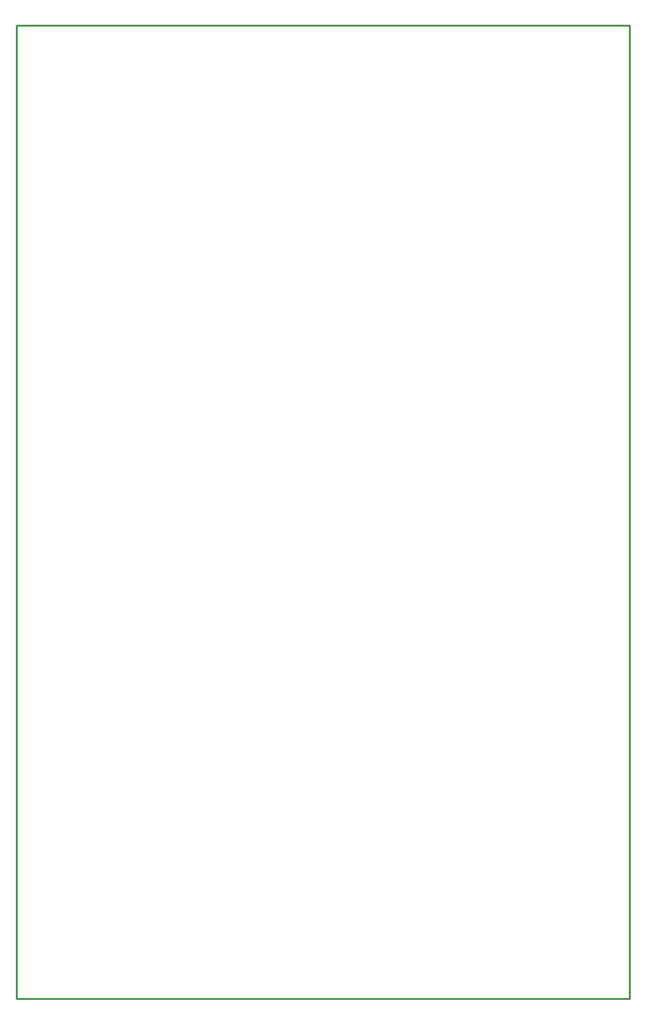
<source format=gm1>
G04 This is an RS-274x file exported by *
G04 gerbv version 2.8.0-rc.1~d7f42a *
G04 More information is available about gerbv at *
G04 https://gerbv.github.io/ *
G04 --End of header info--*
%MOIN*%
%FSLAX36Y36*%
%IPPOS*%
G04 --Define apertures--*
%ADD10C,0.0080*%
%ADD11C,0.0060*%
%ADD12C,0.0100*%
G04 --Start main section--*
G54D12*
G01X1212190Y7072110D02*
G01X4440540Y7072110D01*
G01X4440540Y1954000D02*
G01X4440540Y7072110D01*
G01X1212190Y1954000D02*
G01X4440540Y1954000D01*
G01X1212190Y1954000D02*
G01X1212190Y7072110D01*
M02*

</source>
